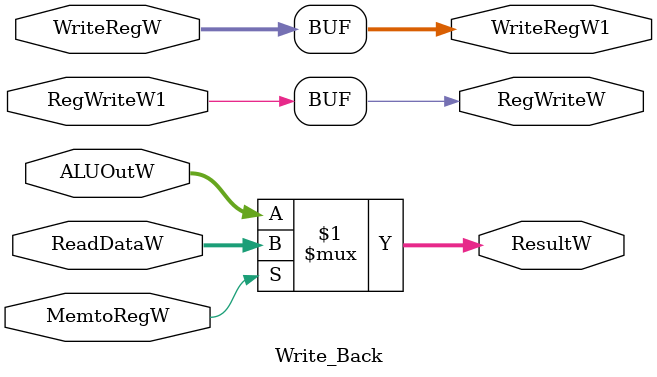
<source format=v>


module Write_Back(RegWriteW1,MemtoRegW,ReadDataW,ALUOutW, WriteRegW,ResultW,RegWriteW ,WriteRegW1);
input RegWriteW1,MemtoRegW;
input [31:0] ReadDataW,ALUOutW;
input [4:0] WriteRegW ;
output [31:0] ResultW;
output RegWriteW;
output[4:0] WriteRegW1 ;

assign ResultW=(MemtoRegW) ? ReadDataW : ALUOutW;
assign RegWriteW=RegWriteW1;
assign WriteRegW1=WriteRegW;

endmodule

</source>
